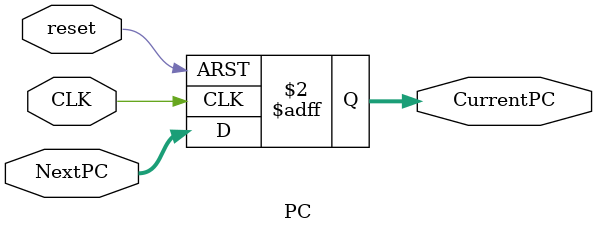
<source format=v>
`timescale 1ns / 1ps
module PC(
  	input CLK, reset, 
	input [7:0] NextPC,
	output reg [7:0] CurrentPC
    );
	 
	 always @(posedge CLK or posedge reset) begin
		if(reset) begin
			CurrentPC = 8'd0;
		end
		else begin
			CurrentPC = NextPC;
		end
	end

endmodule

</source>
